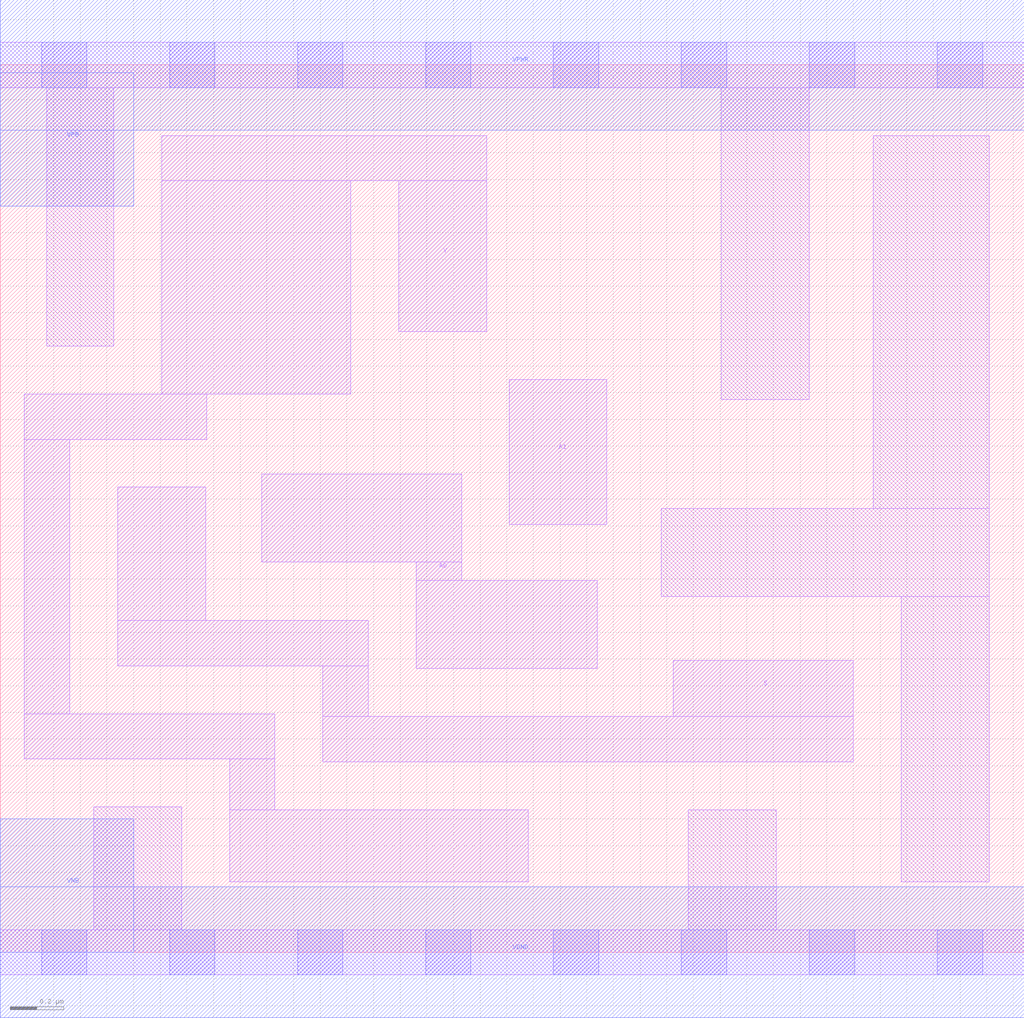
<source format=lef>
# Copyright 2020 The SkyWater PDK Authors
#
# Licensed under the Apache License, Version 2.0 (the "License");
# you may not use this file except in compliance with the License.
# You may obtain a copy of the License at
#
#     https://www.apache.org/licenses/LICENSE-2.0
#
# Unless required by applicable law or agreed to in writing, software
# distributed under the License is distributed on an "AS IS" BASIS,
# WITHOUT WARRANTIES OR CONDITIONS OF ANY KIND, either express or implied.
# See the License for the specific language governing permissions and
# limitations under the License.
#
# SPDX-License-Identifier: Apache-2.0

VERSION 5.5 ;
NAMESCASESENSITIVE ON ;
BUSBITCHARS "[]" ;
DIVIDERCHAR "/" ;
MACRO sky130_fd_sc_lp__mux2i_lp2
  CLASS CORE ;
  SOURCE USER ;
  ORIGIN  0.000000  0.000000 ;
  SIZE  3.840000 BY  3.330000 ;
  SYMMETRY X Y R90 ;
  SITE unit ;
  PIN A0
    ANTENNAGATEAREA  0.313000 ;
    DIRECTION INPUT ;
    USE SIGNAL ;
    PORT
      LAYER li1 ;
        RECT 0.980000 1.465000 1.730000 1.795000 ;
        RECT 1.560000 1.065000 2.240000 1.395000 ;
        RECT 1.560000 1.395000 1.730000 1.465000 ;
    END
  END A0
  PIN A1
    ANTENNAGATEAREA  0.313000 ;
    DIRECTION INPUT ;
    USE SIGNAL ;
    PORT
      LAYER li1 ;
        RECT 1.910000 1.605000 2.275000 2.150000 ;
    END
  END A1
  PIN S
    ANTENNAGATEAREA  0.689000 ;
    DIRECTION INPUT ;
    USE SIGNAL ;
    PORT
      LAYER li1 ;
        RECT 0.440000 1.075000 1.380000 1.245000 ;
        RECT 0.440000 1.245000 0.770000 1.745000 ;
        RECT 1.210000 0.715000 3.200000 0.885000 ;
        RECT 1.210000 0.885000 1.380000 1.075000 ;
        RECT 2.525000 0.885000 3.200000 1.095000 ;
    END
  END S
  PIN Y
    ANTENNADIFFAREA  0.691800 ;
    DIRECTION OUTPUT ;
    USE SIGNAL ;
    PORT
      LAYER li1 ;
        RECT 0.090000 0.725000 1.030000 0.895000 ;
        RECT 0.090000 0.895000 0.260000 1.925000 ;
        RECT 0.090000 1.925000 0.775000 2.095000 ;
        RECT 0.605000 2.095000 1.315000 2.895000 ;
        RECT 0.605000 2.895000 1.825000 3.065000 ;
        RECT 0.860000 0.265000 1.980000 0.535000 ;
        RECT 0.860000 0.535000 1.030000 0.725000 ;
        RECT 1.495000 2.330000 1.825000 2.895000 ;
    END
  END Y
  PIN VGND
    DIRECTION INOUT ;
    USE GROUND ;
    PORT
      LAYER met1 ;
        RECT 0.000000 -0.245000 3.840000 0.245000 ;
    END
  END VGND
  PIN VNB
    DIRECTION INOUT ;
    USE GROUND ;
    PORT
      LAYER met1 ;
        RECT 0.000000 0.000000 0.500000 0.500000 ;
    END
  END VNB
  PIN VPB
    DIRECTION INOUT ;
    USE POWER ;
    PORT
      LAYER met1 ;
        RECT 0.000000 2.800000 0.500000 3.300000 ;
    END
  END VPB
  PIN VPWR
    DIRECTION INOUT ;
    USE POWER ;
    PORT
      LAYER met1 ;
        RECT 0.000000 3.085000 3.840000 3.575000 ;
    END
  END VPWR
  OBS
    LAYER li1 ;
      RECT 0.000000 -0.085000 3.840000 0.085000 ;
      RECT 0.000000  3.245000 3.840000 3.415000 ;
      RECT 0.175000  2.275000 0.425000 3.245000 ;
      RECT 0.350000  0.085000 0.680000 0.545000 ;
      RECT 2.480000  1.335000 3.710000 1.665000 ;
      RECT 2.580000  0.085000 2.910000 0.535000 ;
      RECT 2.705000  2.075000 3.035000 3.245000 ;
      RECT 3.275000  1.665000 3.710000 3.065000 ;
      RECT 3.380000  0.265000 3.710000 1.335000 ;
    LAYER mcon ;
      RECT 0.155000 -0.085000 0.325000 0.085000 ;
      RECT 0.155000  3.245000 0.325000 3.415000 ;
      RECT 0.635000 -0.085000 0.805000 0.085000 ;
      RECT 0.635000  3.245000 0.805000 3.415000 ;
      RECT 1.115000 -0.085000 1.285000 0.085000 ;
      RECT 1.115000  3.245000 1.285000 3.415000 ;
      RECT 1.595000 -0.085000 1.765000 0.085000 ;
      RECT 1.595000  3.245000 1.765000 3.415000 ;
      RECT 2.075000 -0.085000 2.245000 0.085000 ;
      RECT 2.075000  3.245000 2.245000 3.415000 ;
      RECT 2.555000 -0.085000 2.725000 0.085000 ;
      RECT 2.555000  3.245000 2.725000 3.415000 ;
      RECT 3.035000 -0.085000 3.205000 0.085000 ;
      RECT 3.035000  3.245000 3.205000 3.415000 ;
      RECT 3.515000 -0.085000 3.685000 0.085000 ;
      RECT 3.515000  3.245000 3.685000 3.415000 ;
  END
END sky130_fd_sc_lp__mux2i_lp2
END LIBRARY

</source>
